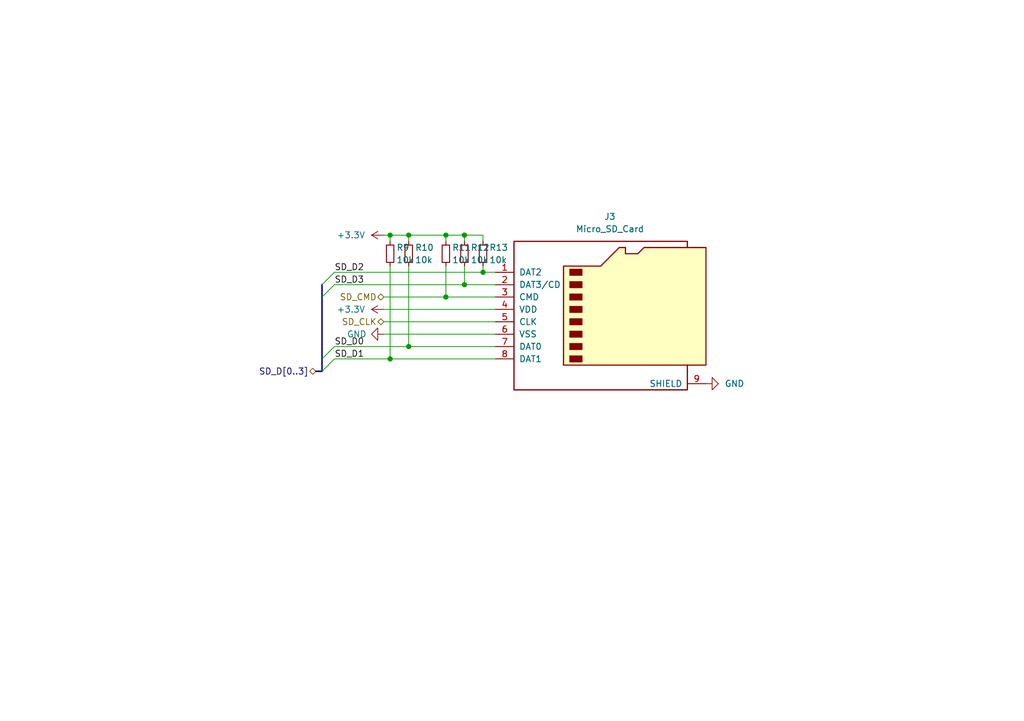
<source format=kicad_sch>
(kicad_sch (version 20230121) (generator eeschema)
  (paper "A5")
  (lib_symbols
    (symbol "Connector:Micro_SD_Card" (pin_names (offset 1.016))
      (property "Reference" "J" (at -16.51 15.24 0))
      (property "Value" "Micro_SD_Card" (at 16.51 15.24 0))
      (symbol "Micro_SD_Card_0_1"
        (rectangle (start -7.62 -9.525) (end -5.08 -10.795) (fill (type outline)))
        (rectangle (start -7.62 -6.985) (end -5.08 -8.255) (fill (type outline)))
        (rectangle (start -7.62 -4.445) (end -5.08 -5.715) (fill (type outline)))
        (rectangle (start -7.62 -1.905) (end -5.08 -3.175) (fill (type outline)))
        (rectangle (start -7.62 0.635) (end -5.08 -0.635) (fill (type outline)))
        (rectangle (start -7.62 3.175) (end -5.08 1.905) (fill (type outline)))
        (rectangle (start -7.62 5.715) (end -5.08 4.445) (fill (type outline)))
        (rectangle (start -7.62 8.255) (end -5.08 6.985) (fill (type outline)))
        (polyline (pts (xy 16.51 12.7) (xy 16.51 13.97) (xy -19.05 13.97) (xy -19.05 -16.51) (xy 16.51 -16.51) (xy 16.51 -11.43)) (stroke (width 0.254)))
        (polyline (pts (xy -8.89 -11.43) (xy -8.89 8.89) (xy -1.27 8.89) (xy 2.54 12.7) (xy 3.81 12.7) (xy 3.81 11.43) (xy 6.35 11.43) (xy 7.62 12.7) (xy 20.32 12.7) (xy 20.32 -11.43) (xy -8.89 -11.43)) (stroke (width 0.254)) (fill (type background)))
      )
      (symbol "Micro_SD_Card_1_1"
        (pin bidirectional line (at -22.86 7.62 0) (length 3.81) (name "DAT2") (number "1"))
        (pin bidirectional line (at -22.86 5.08 0) (length 3.81) (name "DAT3/CD") (number "2"))
        (pin input line (at -22.86 2.54 0) (length 3.81) (name "CMD") (number "3"))
        (pin power_in line (at -22.86 0 0) (length 3.81) (name "VDD") (number "4"))
        (pin input line (at -22.86 -2.54 0) (length 3.81) (name "CLK") (number "5"))
        (pin power_in line (at -22.86 -5.08 0) (length 3.81) (name "VSS") (number "6"))
        (pin bidirectional line (at -22.86 -7.62 0) (length 3.81) (name "DAT0") (number "7"))
        (pin bidirectional line (at -22.86 -10.16 0) (length 3.81) (name "DAT1") (number "8"))
        (pin passive line (at 20.32 -15.24 180) (length 3.81) (name "SHIELD") (number "9"))
      )
    )
    (symbol "Device:R_Small" (pin_numbers hide) (pin_names (offset 0.254) hide)
      (property "Reference" "R" (at 0.762 0.508 0))
      (property "Value" "R_Small" (at 0.762 -1.016 0))
      (symbol "R_Small_0_1"
        (rectangle (start -0.762 1.778) (end 0.762 -1.778) (stroke (width 0.2032)))
      )
      (symbol "R_Small_1_1"
        (pin passive line (at 0 2.54 270) (length 0.762) (name "~") (number "1"))
        (pin passive line (at 0 -2.54 90) (length 0.762) (name "~") (number "2"))
      )
    )
    (symbol "power:+3.3V" (power) (pin_names (offset 0))
      (property "Value" "+3.3V" (at 0 3.556 0))
      (symbol "+3.3V_0_1"
        (polyline (pts (xy -0.762 1.27) (xy 0 2.54)))
        (polyline (pts (xy 0 0) (xy 0 2.54)))
        (polyline (pts (xy 0 2.54) (xy 0.762 1.27)))
      )
      (symbol "+3.3V_1_1"
        (pin power_in line (at 0 0 90) (length 0) hide (name "+3.3V") (number "1"))
      )
    )
    (symbol "power:GND" (power) (pin_names (offset 0))
      (property "Value" "GND" (at 0 -3.81 0))
      (symbol "GND_0_1"
        (polyline (pts (xy 0 0) (xy 0 -1.27) (xy 1.27 -1.27) (xy 0 -2.54) (xy -1.27 -1.27) (xy 0 -1.27)))
      )
      (symbol "GND_1_1"
        (pin power_in line (at 0 0 270) (length 0) hide (name "GND") (number "1"))
      )
    )
  )
  (junction (at 95.25 58.42))
  (junction (at 83.82 71.12))
  (junction (at 91.44 48.26))
  (junction (at 99.06 55.88))
  (junction (at 80.01 73.66))
  (junction (at 80.01 48.26))
  (junction (at 95.25 48.26))
  (junction (at 91.44 60.96))
  (junction (at 83.82 48.26))
  (bus_entry (at 66.04 58.42) (size 2.54 -2.54))
  (bus_entry (at 66.04 73.66) (size 2.54 -2.54))
  (bus_entry (at 66.04 76.2) (size 2.54 -2.54))
  (bus_entry (at 66.04 60.96) (size 2.54 -2.54))
  (bus (pts (xy 66.04 58.42) (xy 66.04 60.96)))
  (wire (pts (xy 68.58 55.88) (xy 99.06 55.88)))
  (bus (pts (xy 64.77 76.2) (xy 66.04 76.2)))
  (wire (pts (xy 99.06 49.53) (xy 99.06 48.26)))
  (wire (pts (xy 68.58 73.66) (xy 80.01 73.66)))
  (wire (pts (xy 78.74 66.04) (xy 101.6 66.04)))
  (bus (pts (xy 66.04 73.66) (xy 66.04 76.2)))
  (wire (pts (xy 80.01 54.61) (xy 80.01 73.66)))
  (wire (pts (xy 83.82 54.61) (xy 83.82 71.12)))
  (wire (pts (xy 91.44 54.61) (xy 91.44 60.96)))
  (wire (pts (xy 78.74 63.5) (xy 101.6 63.5)))
  (wire (pts (xy 83.82 48.26) (xy 80.01 48.26)))
  (wire (pts (xy 83.82 48.26) (xy 83.82 49.53)))
  (wire (pts (xy 91.44 48.26) (xy 91.44 49.53)))
  (wire (pts (xy 95.25 48.26) (xy 95.25 49.53)))
  (wire (pts (xy 99.06 54.61) (xy 99.06 55.88)))
  (wire (pts (xy 78.74 48.26) (xy 80.01 48.26)))
  (wire (pts (xy 80.01 73.66) (xy 101.6 73.66)))
  (wire (pts (xy 80.01 48.26) (xy 80.01 49.53)))
  (wire (pts (xy 83.82 71.12) (xy 101.6 71.12)))
  (bus (pts (xy 66.04 60.96) (xy 66.04 73.66)))
  (wire (pts (xy 83.82 48.26) (xy 91.44 48.26)))
  (wire (pts (xy 99.06 48.26) (xy 95.25 48.26)))
  (wire (pts (xy 95.25 54.61) (xy 95.25 58.42)))
  (wire (pts (xy 95.25 58.42) (xy 101.6 58.42)))
  (wire (pts (xy 78.74 60.96) (xy 91.44 60.96)))
  (wire (pts (xy 68.58 58.42) (xy 95.25 58.42)))
  (wire (pts (xy 91.44 60.96) (xy 101.6 60.96)))
  (wire (pts (xy 78.74 68.58) (xy 101.6 68.58)))
  (wire (pts (xy 95.25 48.26) (xy 91.44 48.26)))
  (wire (pts (xy 68.58 71.12) (xy 83.82 71.12)))
  (wire (pts (xy 99.06 55.88) (xy 101.6 55.88)))
  (label "SD_D3" (at 68.58 58.42 0))
  (label "SD_D0" (at 68.58 71.12 0))
  (label "SD_D2" (at 68.58 55.88 0))
  (label "SD_D1" (at 68.58 73.66 0))
  (hierarchical_label "SD_CLK" (shape bidirectional) (at 78.74 66.04 180))
  (hierarchical_label "SD_D[0..3]" (shape bidirectional) (at 64.77 76.2 180))
  (hierarchical_label "SD_CMD" (shape bidirectional) (at 78.74 60.96 180))
  (symbol (lib_id "Device:R_Small") (at 99.06 52.07 0) (unit 1)
    (property "Reference" "R13" (at 100.33 50.8 0) (effects (justify left)))
    (property "Value" "10k" (at 100.33 53.34 0) (effects (justify left)))
    (property "Footprint" "Anh_Footprints:R_0603" (effects hide))
  )
  (symbol (lib_id "power:GND") (at 144.78 78.74 90) (unit 1)
    (property "Reference" "#PWR051" (effects hide))
    (property "Value" "GND" (at 148.59 78.7399 90) (effects (justify right)))
  )
  (symbol (lib_id "Device:R_Small") (at 83.82 52.07 0) (unit 1)
    (property "Reference" "R10" (at 85.09 50.8 0) (effects (justify left)))
    (property "Value" "10k" (at 85.09 53.34 0) (effects (justify left)))
    (property "Footprint" "Anh_Footprints:R_0603" (effects hide))
  )
  (symbol (lib_id "power:+3.3V") (at 78.74 63.5 90) (unit 1)
    (property "Reference" "#PWR049" (effects hide))
    (property "Value" "+3.3V" (at 74.93 63.4999 90) (effects (justify left)))
  )
  (symbol (lib_id "Device:R_Small") (at 95.25 52.07 0) (unit 1)
    (property "Reference" "R12" (at 96.52 50.8 0) (effects (justify left)))
    (property "Value" "10k" (at 96.52 53.34 0) (effects (justify left)))
    (property "Footprint" "Anh_Footprints:R_0603" (effects hide))
  )
  (symbol (lib_id "power:GND") (at 78.74 68.58 270) (unit 1)
    (property "Reference" "#PWR050" (effects hide))
    (property "Value" "GND" (at 71.12 68.58 90) (effects (justify left)))
  )
  (symbol (lib_id "power:+3.3V") (at 78.74 48.26 90) (unit 1)
    (property "Reference" "#PWR048" (effects hide))
    (property "Value" "+3.3V" (at 74.93 48.2599 90) (effects (justify left)))
  )
  (symbol (lib_id "Device:R_Small") (at 80.01 52.07 0) (unit 1)
    (property "Reference" "R9" (at 81.28 50.8 0) (effects (justify left)))
    (property "Value" "10k" (at 81.28 53.34 0) (effects (justify left)))
    (property "Footprint" "Anh_Footprints:R_0603" (effects hide))
  )
  (symbol (lib_id "Device:R_Small") (at 91.44 52.07 0) (unit 1)
    (property "Reference" "R11" (at 92.71 50.8 0) (effects (justify left)))
    (property "Value" "10k" (at 92.71 53.34 0) (effects (justify left)))
    (property "Footprint" "Anh_Footprints:R_0603" (effects hide))
  )
  (symbol (lib_id "Connector:Micro_SD_Card") (at 124.46 63.5 0) (unit 1)
    (property "Reference" "J3" (at 125.095 44.45 0))
    (property "Value" "Micro_SD_Card" (at 125.095 46.99 0))
    (property "Footprint" "Anh_Footprints:MicroSD_Socket_9P" (effects hide))
    (property "Datasheet" "http://katalog.we-online.de/em/datasheet/693072010801.pdf" (effects hide))
  )
)
</source>
